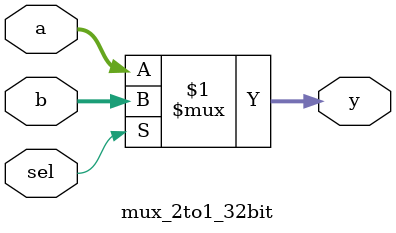
<source format=v>
module mux_2to1_32bit(input [31:0] a, b, input sel, output wire [31:0] y);
	
	assign y = sel ? b : a;

endmodule
</source>
